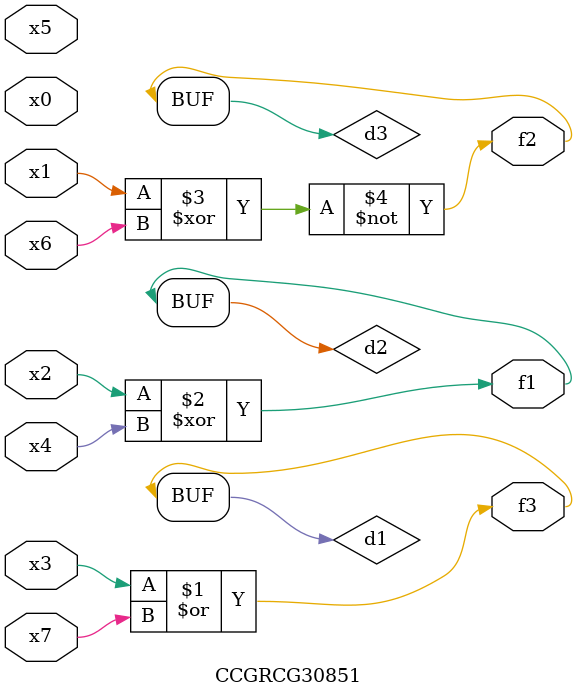
<source format=v>
module CCGRCG30851(
	input x0, x1, x2, x3, x4, x5, x6, x7,
	output f1, f2, f3
);

	wire d1, d2, d3;

	or (d1, x3, x7);
	xor (d2, x2, x4);
	xnor (d3, x1, x6);
	assign f1 = d2;
	assign f2 = d3;
	assign f3 = d1;
endmodule

</source>
